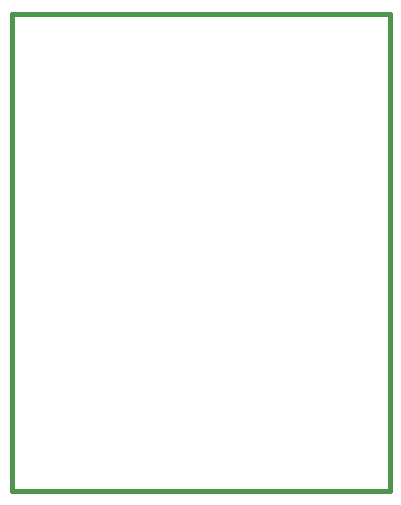
<source format=gko>
G04 (created by PCBNEW-RS274X (2012-apr-16-27)-stable) date dim. 02 juin 2013 12:31:59 CST*
G01*
G70*
G90*
%MOIN*%
G04 Gerber Fmt 3.4, Leading zero omitted, Abs format*
%FSLAX34Y34*%
G04 APERTURE LIST*
%ADD10C,0.006000*%
%ADD11C,0.015000*%
G04 APERTURE END LIST*
G54D10*
G54D11*
X44750Y-34600D02*
X44750Y-18700D01*
X57350Y-34600D02*
X44750Y-34600D01*
X57350Y-18700D02*
X57350Y-34600D01*
X44750Y-18700D02*
X57350Y-18700D01*
M02*

</source>
